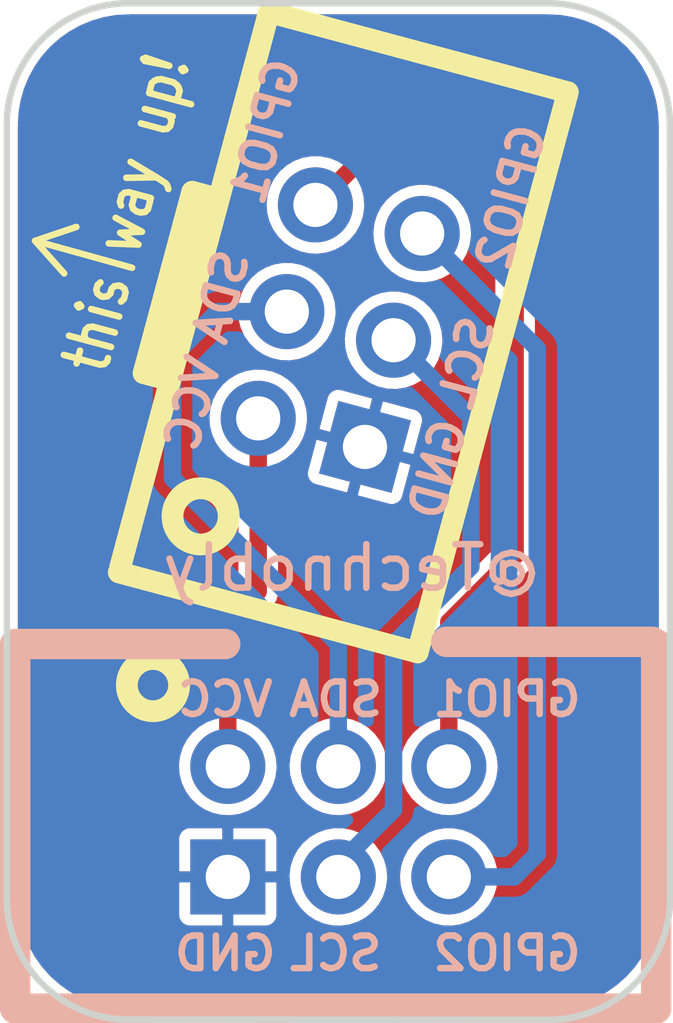
<source format=kicad_pcb>
(kicad_pcb (version 20211014) (generator pcbnew)
  (title_block (title "Vectrex SAO by Brett Walach") (date "2022-10-04") (rev "v1.0") (company "https://www.PlayVectrex.com") (comment 1 "@Technobly / Supercon `22"))
  (layers (0 "F.Cu" signal) (31 "B.Cu" signal) (34 "B.Paste" user) (35 "F.Paste" user) (36 "B.SilkS" user "B.Silkscreen") (37 "F.SilkS" user "F.Silkscreen") (38 "B.Mask" user) (39 "F.Mask" user) (44 "Edge.Cuts" user))
  (net 0 "")
  (net 1 "+3.3V")
  (net 2 "/SDA")
  (net 3 "/SCL")
  (net 4 "/GPIO1")
  (net 5 "/GPIO2")
  (net 6 "GND")
  (footprint "badgelife:Badgelife-SAOv169-BADGE-2x3" (layer "F.Cu") (at 124.468427 101.959079 75)
    (fp_text reference "J1" hide)
    (fp_text value "SAO_v169bis" hide)
    (fp_text user "GPIO1" (at 3.937 -2.794 75) (layer "B.SilkS") (effects (font (size 0.75 0.75)) (justify mirror)))
    (fp_text user "SCL" (at 0 3.048 75) (layer "B.SilkS") (effects (font (size 0.75 0.75)) (justify mirror)))
    (fp_text user "GND" (at -2.54 3.048 75) (layer "B.SilkS") (effects (font (size 0.75 0.75)) (justify mirror)))
    (fp_text user "VCC" (at -2.54 -2.794 75) (layer "B.SilkS") (effects (font (size 0.75 0.75)) (justify mirror)))
    (fp_text user "GPIO2" (at 3.937 3.048 75) (layer "B.SilkS") (effects (font (size 0.75 0.75)) (justify mirror)))
    (fp_text user "SDA" (at 0 -2.794 75) (layer "B.SilkS") (effects (font (size 0.75 0.75)) (justify mirror)))
    (fp_line (start -6.604 -3.429) (end 6.604 -3.429) (layer "F.SilkS") (width 0.5))
    (fp_line (start -2.159 -4.064) (end 2.159 -4.064) (layer "F.SilkS") (width 0.5))
    (fp_line (start 6.604 -3.429) (end 6.604 3.683) (layer "F.SilkS") (width 0.5))
    (fp_line (start 6.604 3.683) (end -6.731 3.683) (layer "F.SilkS") (width 0.5))
    (fp_line (start 2.159 -3.683) (end -2.159 -3.683) (layer "F.SilkS") (width 0.5))
    (fp_line (start -2.159 -3.556) (end -2.159 -4.064) (layer "F.SilkS") (width 0.5))
    (fp_line (start 2.159 -4.064) (end 2.159 -3.556) (layer "F.SilkS") (width 0.5))
    (fp_line (start -6.731 3.683) (end -6.731 -3.429) (layer "F.SilkS") (width 0.5))
    (fp_circle (center -5 -1.945837) (end -4.391 -1.730837) (layer "F.SilkS") (width 0.5) (fill none))
    (pad "1" thru_hole oval (at -2.48 -1.25 345) (size 1.7272 1.7272) (drill 1.016) (layers *.Cu *.Mask) (net 1 "+3.3V"))
    (pad "2" thru_hole rect (at -2.48 1.29 345) (size 1.7272 1.7272) (drill 1.016) (layers *.Cu *.Mask) (net 6 "GND"))
    (pad "3" thru_hole oval (at 0.06 -1.25 345) (size 1.7272 1.7272) (drill 1.016) (layers *.Cu *.Mask) (net 2 "/SDA"))
    (pad "4" thru_hole oval (at 0.06 1.29 345) (size 1.7272 1.7272) (drill 1.016) (layers *.Cu *.Mask) (net 3 "/SCL"))
    (pad "5" thru_hole circle (at 2.6 -1.25 345) (size 1.7272 1.7272) (drill 1.016) (layers *.Cu *.Mask) (net 4 "/GPIO1"))
    (pad "6" thru_hole circle (at 2.6 1.29 345) (size 1.7272 1.7272) (drill 1.016) (layers *.Cu *.Mask) (net 5 "/GPIO2"))
  )
  (footprint "badgelife:Badgelife-SAOv169-SAO-2x3" (layer "F.Cu") (at 124.4 113.284)
    (fp_text reference "J2" hide)
    (fp_text value "SAO_v169bis" hide)
    (fp_text user "GPIO2" (at 3.937 3.048) (layer "B.SilkS") (effects (font (size 0.75 0.75)) (justify mirror)))
    (fp_text user "SDA" (at 0 -2.794 unlocked) (layer "B.SilkS") (effects (font (size 0.75 0.75)) (justify mirror)))
    (fp_text user "GPIO1" (at 3.937 -2.794 unlocked) (layer "B.SilkS") (effects (font (size 0.75 0.75)) (justify mirror)))
    (fp_text user "SCL" (at 0 3.048) (layer "B.SilkS") (effects (font (size 0.75 0.75)) (justify mirror)))
    (fp_text user "VCC" (at -2.54 -2.794 unlocked) (layer "B.SilkS") (effects (font (size 0.75 0.75)) (justify mirror)))
    (fp_text user "GND" (at -2.54 3.048 unlocked) (layer "B.SilkS") (effects (font (size 0.75 0.75)) (justify mirror)))
    (fp_line (start 7.366 4.318) (end 7.366 -4.064) (layer "B.SilkS") (width 0.7))
    (fp_line (start 7.27964 -4.1148) (end 2.54 -4.1148) (layer "B.SilkS") (width 0.7))
    (fp_line (start -7.366 -4.064) (end -7.366 4.318) (layer "B.SilkS") (width 0.7))
    (fp_line (start -2.54 -4.064) (end -7.366 -4.064) (layer "B.SilkS") (width 0.7))
    (fp_line (start -7.366 4.318) (end 7.366 4.318) (layer "B.SilkS") (width 0.7))
    (fp_circle (center -4.2 -3.119803) (end -3.6 -3.1) (layer "F.SilkS") (width 0.5) (fill none))
    (pad "1" thru_hole oval (at -2.48 -1.25 270) (size 1.7272 1.7272) (drill 1.016) (layers *.Cu *.Mask) (net 1 "+3.3V"))
    (pad "2" thru_hole rect (at -2.48 1.29 270) (size 1.7272 1.7272) (drill 1.016) (layers *.Cu *.Mask) (net 6 "GND"))
    (pad "3" thru_hole oval (at 0.06 -1.25 270) (size 1.7272 1.7272) (drill 1.016) (layers *.Cu *.Mask) (net 2 "/SDA"))
    (pad "4" thru_hole oval (at 0.06 1.29 270) (size 1.7272 1.7272) (drill 1.016) (layers *.Cu *.Mask) (net 3 "/SCL"))
    (pad "5" thru_hole circle (at 2.6 -1.25 270) (size 1.7272 1.7272) (drill 1.016) (layers *.Cu *.Mask) (net 4 "/GPIO1"))
    (pad "6" thru_hole circle (at 2.6 1.29 270) (size 1.7272 1.7272) (drill 1.016) (layers *.Cu *.Mask) (net 5 "/GPIO2"))
  )
  (gr_line (start 119.72 100.57) (end 117.49 99.95) (layer "F.SilkS") (width 0.15))
  (gr_line (start 117.49 99.95) (end 118.44 99.63) (layer "F.SilkS") (width 0.15))
  (gr_line (start 117.49 99.95) (end 118.16 100.7) (layer "F.SilkS") (width 0.15))
  (gr_arc (start 129.286 94.488) (mid 131.261656 95.306344) (end 132.08 97.282) (layer "Edge.Cuts") (width 0.15))
  (gr_arc (start 132.084 115.066) (mid 131.265656 117.041656) (end 129.29 117.86) (layer "Edge.Cuts") (width 0.15))
  (gr_line (start 132.08 97.282) (end 132.084 115.066) (layer "Edge.Cuts") (width 0.15))
  (gr_line (start 116.84 115.06) (end 116.84 97.282) (layer "Edge.Cuts") (width 0.15))
  (gr_arc (start 116.84 97.282) (mid 117.658344 95.306344) (end 119.634 94.488) (layer "Edge.Cuts") (width 0.15))
  (gr_line (start 119.634 94.488) (end 129.286 94.488) (layer "Edge.Cuts") (width 0.15))
  (gr_arc (start 119.634 117.854) (mid 117.658344 117.035656) (end 116.84 115.06) (layer "Edge.Cuts") (width 0.15))
  (gr_line (start 129.29 117.86) (end 119.62 117.854) (layer "Edge.Cuts") (width 0.15))
  (gr_text "@Technobly" (at 124.77 107.47) (layer "B.SilkS") (effects (font (size 1 1)) (justify mirror)))
  (gr_text "this way up!" (at 119.59 99.31 75) (layer "F.SilkS") (effects (font (size 1 0.8))))
  (segment (start 122.619148 108.012852) (end 122.619148 104.031051) (width 0.4) (layer "F.Cu") (net 1))
  (segment (start 121.92 108.712) (end 122.619148 108.012852) (width 0.4) (layer "F.Cu") (net 1))
  (segment (start 121.92 112.034) (end 121.92 108.712) (width 0.4) (layer "F.Cu") (net 1))
  (segment (start 120.65 105.41) (end 120.65 102.616) (width 0.4) (layer "B.Cu") (net 2))
  (segment (start 124.46 109.22) (end 120.65 105.41) (width 0.4) (layer "B.Cu") (net 2))
  (segment (start 120.65 102.616) (end 121.6884 101.5776) (width 0.4) (layer "B.Cu") (net 2))
  (segment (start 121.6884 101.5776) (end 123.276549 101.5776) (width 0.4) (layer "B.Cu") (net 2))
  (segment (start 124.46 112.034) (end 124.46 109.22) (width 0.4) (layer "B.Cu") (net 2))
  (segment (start 124.46 114.3) (end 125.73 113.03) (width 0.4) (layer "B.Cu") (net 3))
  (segment (start 125.73 113.03) (end 125.73 109.22) (width 0.4) (layer "B.Cu") (net 3))
  (segment (start 127.508 104.013) (end 125.73 102.235) (width 0.4) (layer "B.Cu") (net 3))
  (segment (start 125.73 109.22) (end 127.508 107.442) (width 0.4) (layer "B.Cu") (net 3))
  (segment (start 127.508 107.442) (end 127.508 104.013) (width 0.4) (layer "B.Cu") (net 3))
  (segment (start 124.46 114.574) (end 124.46 114.3) (width 0.4) (layer "B.Cu") (net 3))
  (segment (start 128.524 107.188) (end 128.524 98.806) (width 0.4) (layer "F.Cu") (net 4))
  (segment (start 127 112.034) (end 127 108.712) (width 0.4) (layer "F.Cu") (net 4))
  (segment (start 127 108.712) (end 128.524 107.188) (width 0.4) (layer "F.Cu") (net 4))
  (segment (start 128.524 98.806) (end 127.254 97.536) (width 0.4) (layer "F.Cu") (net 4))
  (segment (start 125.522097 97.536) (end 123.933949 99.124148) (width 0.4) (layer "F.Cu") (net 4))
  (segment (start 127.254 97.536) (end 125.522097 97.536) (width 0.4) (layer "F.Cu") (net 4))
  (segment (start 128.504 114.574) (end 129.032 114.046) (width 0.4) (layer "B.Cu") (net 5))
  (segment (start 129.032 114.046) (end 129.032 102.426147) (width 0.4) (layer "B.Cu") (net 5))
  (segment (start 129.032 102.426147) (end 126.387401 99.781548) (width 0.4) (layer "B.Cu") (net 5))
  (segment (start 127 114.574) (end 128.504 114.574) (width 0.4) (layer "B.Cu") (net 5))
  (zone (net 6) (net_name "GND") (layer "F.Cu") (connect_pads (clearance 0.254)) (min_thickness 0.254) (fill yes (thermal_gap 0.254) (thermal_bridge_width 0.254))
    (polygon (pts (xy 132.08 117.856) (xy 116.84 117.856) (xy 116.84 94.488) (xy 132.08 94.488)))
  )
  (zone (net 6) (net_name "GND") (layer "B.Cu") (connect_pads (clearance 0.254)) (min_thickness 0.254) (fill yes (thermal_gap 0.254) (thermal_bridge_width 0.254))
    (polygon (pts (xy 132.08 117.856) (xy 116.84 117.856) (xy 116.84 94.488) (xy 132.08 94.488)))
  )
)
</source>
